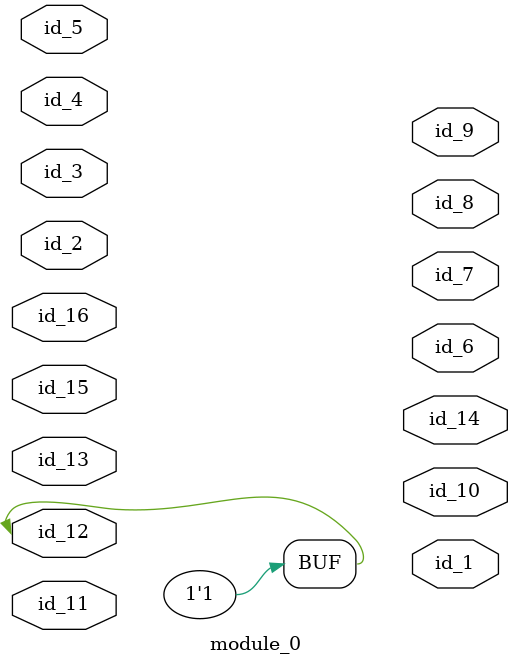
<source format=v>
module module_0 (
    id_1,
    id_2,
    id_3,
    id_4,
    id_5,
    id_6,
    id_7,
    id_8,
    id_9,
    id_10,
    id_11,
    id_12,
    id_13,
    id_14,
    id_15,
    id_16
);
  inout wire id_16;
  inout wire id_15;
  output wire id_14;
  inout wire id_13;
  inout wire id_12;
  input wire id_11;
  output wire id_10;
  output wire id_9;
  output wire id_8;
  output wire id_7;
  output wire id_6;
  input wire id_5;
  inout wire id_4;
  inout wire id_3;
  inout wire id_2;
  output wire id_1;
  wire id_17;
  wire id_18;
  assign id_12 = 1;
endmodule
module module_1;
  wire id_1;
  module_0 modCall_1 (
      id_1,
      id_1,
      id_1,
      id_1,
      id_1,
      id_1,
      id_1,
      id_1,
      id_1,
      id_1,
      id_1,
      id_1,
      id_1,
      id_1,
      id_1,
      id_1
  );
endmodule

</source>
